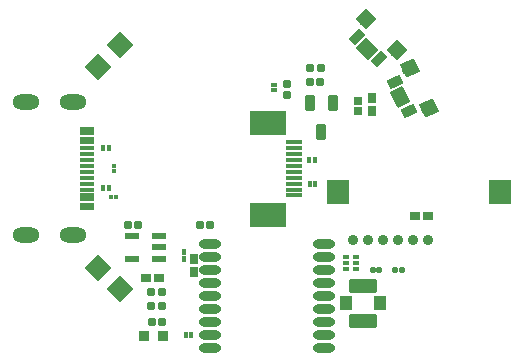
<source format=gbs>
G04 Layer: BottomSolderMaskLayer*
G04 Panelize: , Column: 1, Row: 1, Board Size: 43.14mm x 33.02mm, Panelized Board Size: 43.14mm x 33.02mm*
G04 EasyEDA v6.5.42, 2024-06-18 11:53:45*
G04 3ed26e891263433bbece19e77b9ceb9f,9a4ed40c0dd746429eaf55b84663d2fb,10*
G04 Gerber Generator version 0.2*
G04 Scale: 100 percent, Rotated: No, Reflected: No *
G04 Dimensions in millimeters *
G04 leading zeros omitted , absolute positions ,4 integer and 5 decimal *
%FSLAX45Y45*%
%MOMM*%

%AMMACRO1*1,1,$1,$2,$3*1,1,$1,$4,$5*1,1,$1,0-$2,0-$3*1,1,$1,0-$4,0-$5*20,1,$1,$2,$3,$4,$5,0*20,1,$1,$4,$5,0-$2,0-$3,0*20,1,$1,0-$2,0-$3,0-$4,0-$5,0*20,1,$1,0-$4,0-$5,$2,$3,0*4,1,4,$2,$3,$4,$5,0-$2,0-$3,0-$4,0-$5,$2,$3,0*%
%ADD10C,0.9016*%
%ADD11MACRO1,0.1016X-1.0776X0X0X-1.0776*%
%ADD12MACRO1,0.1016X0X1.0776X-1.0776X0*%
%ADD13MACRO1,0.1016X0.5499X-0.1499X0.5499X0.1499*%
%ADD14MACRO1,0.1016X0.5499X-0.1511X0.5499X0.1511*%
%ADD15O,2.3015956X1.3015976000000002*%
%ADD16R,1.9016X2.1016*%
%ADD17MACRO1,0.1016X-0.2828X0.27X-0.2828X-0.27*%
%ADD18MACRO1,0.1016X0.2828X0.27X0.2828X-0.27*%
%ADD19MACRO1,0.1016X0.2828X-0.27X0.2828X0.27*%
%ADD20MACRO1,0.1016X-0.2828X-0.27X-0.2828X0.27*%
%ADD21MACRO1,0.1016X0.35X0.625X-0.35X0.625*%
%ADD22MACRO1,0.1016X-0.1516X0.162X-0.1516X-0.162*%
%ADD23MACRO1,0.1016X0.1516X0.162X0.1516X-0.162*%
%ADD24MACRO1,0.1016X-0.162X-0.1516X0.162X-0.1516*%
%ADD25MACRO1,0.1016X-0.162X0.1516X0.162X0.1516*%
%ADD26MACRO1,0.1X-0.135X-0.125X0.135X-0.125*%
%ADD27MACRO1,0.1X0.125X-0.135X0.125X0.135*%
%ADD28MACRO1,0.1016X0.4X-0.4X0.4X0.4*%
%ADD29R,1.2586X0.5916*%
%ADD30R,1.2766X0.5916*%
%ADD31MACRO1,0.1016X0.1516X-0.162X0.1516X0.162*%
%ADD32MACRO1,0.1016X-0.1516X-0.162X-0.1516X0.162*%
%ADD33MACRO1,0.1016X0.65X-0.15X0.65X0.15*%
%ADD34MACRO1,0.1016X1.5X-1X1.5X1*%
%ADD35O,1.8745962X0.8015985999999999*%
%ADD36MACRO1,0.1016X1.1X0.55X-1.1X0.55*%
%ADD37R,1.1016X1.1516*%
%ADD38R,0.5266X0.3816*%
%ADD39MACRO1,0.1016X-0.1842X0.162X-0.1842X-0.162*%
%ADD40MACRO1,0.1016X0.1842X0.162X0.1842X-0.162*%
%ADD41MACRO1,0.1016X-0.395X0.27X-0.395X-0.27*%
%ADD42MACRO1,0.1016X0.395X0.27X0.395X-0.27*%
%ADD43MACRO1,0.1016X-0.27X-0.395X0.27X-0.395*%
%ADD44MACRO1,0.1016X-0.27X0.395X0.27X0.395*%
%ADD45R,0.4256X0.4700*%
%ADD46MACRO1,0.1016X-0.27X-0.2828X0.27X-0.2828*%
%ADD47MACRO1,0.1016X-0.27X0.2828X0.27X0.2828*%
%ADD48MACRO1,0.1016X0.6364X0.1414X0.1414X0.6364*%
%ADD49MACRO1,0.1016X0.8839X-0.1061X-0.1061X0.8839*%
%ADD50MACRO1,0.1016X0.8309X0.0177X0.0177X0.8308*%
%ADD51MACRO1,0.1016X0.8308X0.0177X0.0177X0.8308*%
%ADD52C,0.9000*%
%ADD53MACRO1,0.1016X0.6478X-0.0735X0.3409X0.5557*%
%ADD54MACRO1,0.1016X0.8012X-0.388X0.1875X0.8703*%
%ADD55MACRO1,0.1016X0.7913X-0.2538X0.2872X0.7798*%
%ADD56R,0.6416X0.6673*%

%LPD*%
D10*
G01*
X1459562Y139539D03*
G01*
X1586562Y139539D03*
G01*
X1713562Y139539D03*
G01*
X1840562Y139539D03*
G01*
X1332562Y139539D03*
G01*
X1205562Y139539D03*
D11*
G01*
X-947736Y-92983D03*
G01*
X-768130Y-272588D03*
D12*
G01*
X-767622Y1789918D03*
G01*
X-947228Y1610313D03*
D13*
G01*
X-1045382Y488970D03*
G01*
X-1045382Y518942D03*
G01*
X-1045382Y568980D03*
D14*
G01*
X-1045382Y618891D03*
D13*
G01*
X-1045382Y668802D03*
G01*
X-1045382Y718840D03*
G01*
X-1045382Y768878D03*
G01*
X-1045382Y818916D03*
G01*
X-1045382Y868954D03*
G01*
X-1045382Y918992D03*
D14*
G01*
X-1045382Y968903D03*
D13*
G01*
X-1045382Y999002D03*
G01*
X-1045382Y438932D03*
G01*
X-1045382Y408960D03*
G01*
X-1045382Y1048786D03*
D14*
G01*
X-1045382Y1078885D03*
D15*
G01*
X-1160447Y181907D03*
G01*
X-1560446Y181907D03*
G01*
X-1160447Y1305882D03*
G01*
X-1560446Y1305882D03*
D16*
G01*
X1082906Y545000D03*
G01*
X2452905Y545000D03*
D17*
G01*
X-413015Y-301800D03*
D18*
G01*
X-499581Y-301800D03*
D19*
G01*
X-499281Y-419399D03*
D20*
G01*
X-412715Y-419399D03*
D21*
G01*
X939297Y1052830D03*
G01*
X1034293Y1302765D03*
G01*
X844301Y1302765D03*
D22*
G01*
X889053Y613498D03*
D23*
G01*
X840742Y613498D03*
D24*
G01*
X541799Y1457853D03*
D25*
G01*
X541799Y1409542D03*
D22*
G01*
X885753Y818398D03*
D23*
G01*
X837443Y818398D03*
D26*
G01*
X-812467Y728692D03*
G01*
X-812467Y771110D03*
D27*
G01*
X-800402Y506569D03*
G01*
X-842820Y506569D03*
D28*
G01*
X-403042Y-671446D03*
G01*
X-562942Y-670745D03*
D29*
G01*
X-434794Y174236D03*
G01*
X-434794Y79240D03*
G01*
X-434794Y-15755D03*
D30*
G01*
X-665528Y-15755D03*
G01*
X-665528Y174236D03*
D31*
G01*
X-906472Y581499D03*
D32*
G01*
X-858161Y581499D03*
D22*
G01*
X-861717Y916271D03*
D23*
G01*
X-910028Y916271D03*
D33*
G01*
X706615Y518853D03*
G01*
X706615Y568853D03*
G01*
X706615Y618853D03*
G01*
X706615Y668853D03*
G01*
X706615Y718853D03*
G01*
X706615Y768852D03*
G01*
X706615Y818852D03*
G01*
X706615Y868852D03*
G01*
X706615Y918852D03*
G01*
X706615Y968852D03*
D34*
G01*
X487265Y1133853D03*
G01*
X487268Y353852D03*
D35*
G01*
X2Y-770008D03*
G01*
X2Y-660001D03*
G01*
X2Y-549993D03*
G01*
X2Y-440011D03*
G01*
X2Y-330004D03*
G01*
X2Y-219997D03*
G01*
X2Y-110015D03*
G01*
X2Y-7D03*
G01*
X2Y109999D03*
G01*
X962306Y109999D03*
G01*
X962306Y-7D03*
G01*
X962306Y-110015D03*
G01*
X962306Y-219997D03*
G01*
X962306Y-330004D03*
G01*
X962306Y-440011D03*
G01*
X962306Y-549993D03*
G01*
X962306Y-660001D03*
G01*
X962306Y-770008D03*
D36*
G01*
X1290645Y-243998D03*
D37*
G01*
X1148158Y-394012D03*
D36*
G01*
X1290647Y-544000D03*
D37*
G01*
X1433146Y-394012D03*
D38*
G01*
X1237084Y-5824D03*
G01*
X1237084Y-55811D03*
G01*
X1237084Y-105824D03*
G01*
X1149581Y-105824D03*
G01*
X1149581Y-55811D03*
G01*
X1149581Y-5824D03*
D39*
G01*
X1427723Y-108457D03*
D40*
G01*
X1372880Y-108457D03*
D19*
G01*
X847248Y1595996D03*
D20*
G01*
X933814Y1595996D03*
D41*
G01*
X1844301Y347698D03*
D42*
G01*
X1735289Y347698D03*
D43*
G01*
X-138300Y-16893D03*
D44*
G01*
X-138300Y-125905D03*
D39*
G01*
X1620255Y-110489D03*
D40*
G01*
X1565412Y-110489D03*
D41*
G01*
X-432394Y-176100D03*
D42*
G01*
X-541406Y-176100D03*
D22*
G01*
X-160502Y-658621D03*
D23*
G01*
X-208813Y-658621D03*
D45*
G01*
X-224990Y-19032D03*
G01*
X-224990Y35831D03*
D17*
G01*
X-2437Y271780D03*
D18*
G01*
X-89002Y271780D03*
D46*
G01*
X652797Y1459878D03*
D47*
G01*
X652797Y1373313D03*
D48*
G01*
X1429109Y1671366D03*
G01*
X1241725Y1858747D03*
D49*
G01*
X1324811Y1754451D03*
D50*
G01*
X1582905Y1750917D03*
D51*
G01*
X1321276Y2012544D03*
D52*
G01*
X1562254Y1730265D03*
G01*
X1300609Y1991885D03*
D17*
G01*
X931020Y1475346D03*
D18*
G01*
X844454Y1475346D03*
D53*
G01*
X1678846Y1237369D03*
G01*
X1562677Y1475549D03*
D54*
G01*
X1607278Y1349884D03*
D55*
G01*
X1850161Y1262515D03*
G01*
X1687964Y1595067D03*
D52*
G01*
X1823900Y1249697D03*
G01*
X1661695Y1582234D03*
D43*
G01*
X1365585Y1343764D03*
D44*
G01*
X1365585Y1234752D03*
D56*
G01*
X1246202Y1234533D03*
G01*
X1246202Y1321122D03*
D17*
G01*
X-609672Y264507D03*
D18*
G01*
X-696238Y264507D03*
D17*
G01*
X-411516Y-551698D03*
D18*
G01*
X-498082Y-551698D03*
M02*

</source>
